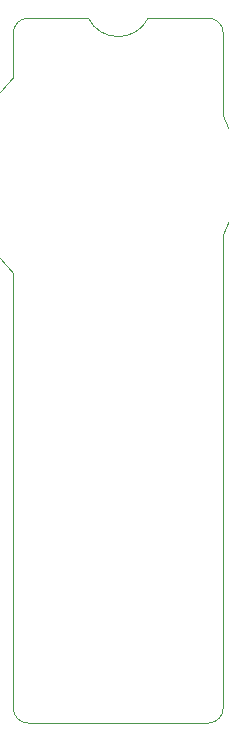
<source format=gm1>
%TF.GenerationSoftware,KiCad,Pcbnew,(5.1.9)-1*%
%TF.CreationDate,2021-04-04T21:20:30+08:00*%
%TF.ProjectId,ATD-20-Redux,4154442d-3230-42d5-9265-6475782e6b69,rev?*%
%TF.SameCoordinates,Original*%
%TF.FileFunction,Profile,NP*%
%FSLAX46Y46*%
G04 Gerber Fmt 4.6, Leading zero omitted, Abs format (unit mm)*
G04 Created by KiCad (PCBNEW (5.1.9)-1) date 2021-04-04 21:20:30*
%MOMM*%
%LPD*%
G01*
G04 APERTURE LIST*
%TA.AperFunction,Profile*%
%ADD10C,0.050000*%
%TD*%
G04 APERTURE END LIST*
D10*
X127634999Y-40005000D02*
X127635000Y-33020000D01*
X109855000Y-33020000D02*
X109855000Y-36830000D01*
X127634999Y-50164999D02*
X127635000Y-53340000D01*
X127634999Y-40005000D02*
G75*
G02*
X127634999Y-50164999I-10159999J-5080000D01*
G01*
X109855001Y-53339999D02*
G75*
G02*
X109855001Y-36830001I7619999J8254999D01*
G01*
X109855000Y-90170000D02*
X109855001Y-53339999D01*
X127635000Y-53340000D02*
X127635000Y-90170000D01*
X126365000Y-91440000D02*
X111125000Y-91440000D01*
X127635000Y-90170000D02*
G75*
G02*
X126365000Y-91440000I-1270000J0D01*
G01*
X111125000Y-91440000D02*
G75*
G02*
X109855000Y-90170000I0J1270000D01*
G01*
X121284999Y-31750000D02*
X126365000Y-31750000D01*
X111125000Y-31750000D02*
X116205000Y-31750000D01*
X109855000Y-33020000D02*
G75*
G02*
X111125000Y-31750000I1270000J0D01*
G01*
X126365000Y-31750000D02*
G75*
G02*
X127635000Y-33020000I0J-1270000D01*
G01*
X121284998Y-31750001D02*
G75*
G02*
X116205000Y-31750000I-2539999J1270000D01*
G01*
M02*

</source>
